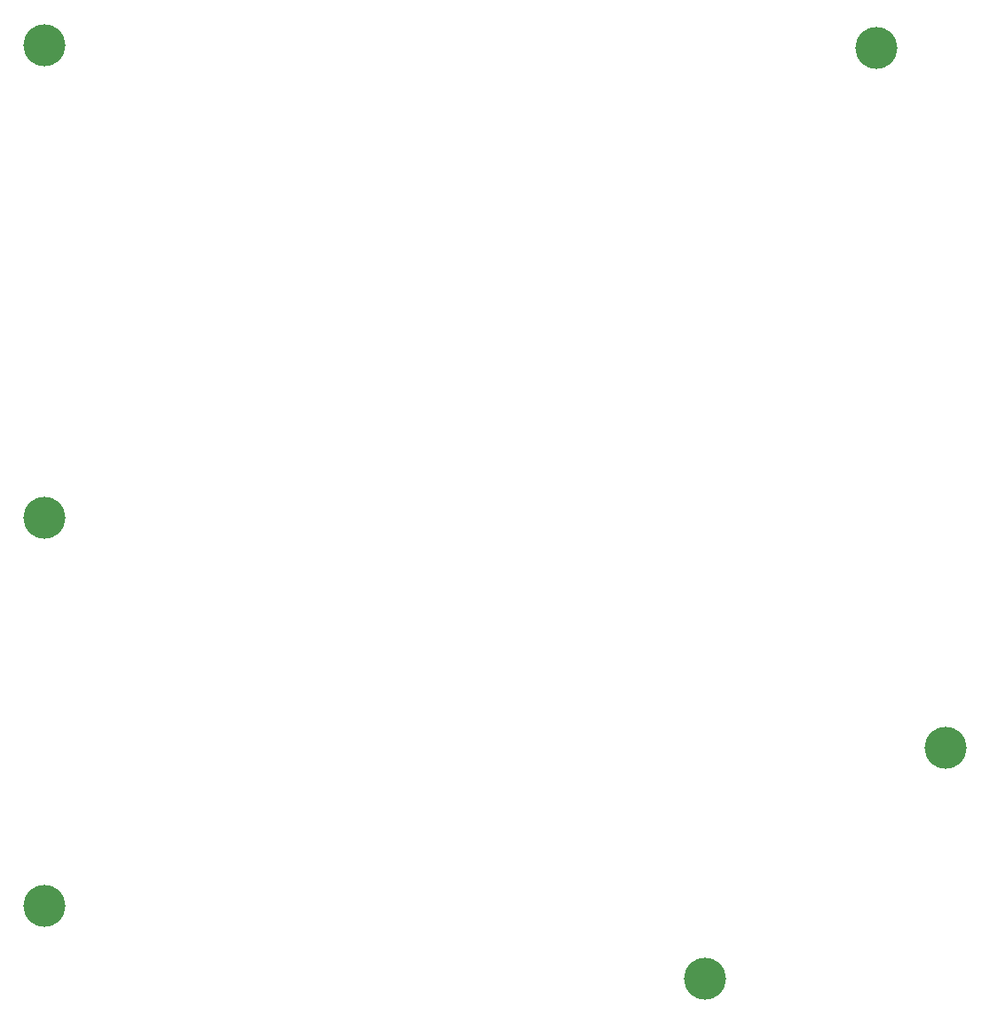
<source format=gbr>
%TF.GenerationSoftware,KiCad,Pcbnew,5.1.7-a382d34a8~88~ubuntu20.04.1*%
%TF.CreationDate,2021-05-04T18:55:33+02:00*%
%TF.ProjectId,WiFiDuck32,57694669-4475-4636-9b33-322e6b696361,2*%
%TF.SameCoordinates,Original*%
%TF.FileFunction,Soldermask,Bot*%
%TF.FilePolarity,Negative*%
%FSLAX46Y46*%
G04 Gerber Fmt 4.6, Leading zero omitted, Abs format (unit mm)*
G04 Created by KiCad (PCBNEW 5.1.7-a382d34a8~88~ubuntu20.04.1) date 2021-05-04 18:55:33*
%MOMM*%
%LPD*%
G01*
G04 APERTURE LIST*
%ADD10C,4.000000*%
G04 APERTURE END LIST*
D10*
%TO.C,HOLE_M3*%
X111963200Y-90982800D03*
%TD*%
%TO.C,HOLE_M3*%
X89001600Y-112979200D03*
%TD*%
%TO.C,HOLE_M3*%
X26009600Y-106019600D03*
%TD*%
%TO.C,HOLE_M3*%
X26009600Y-69037200D03*
%TD*%
%TO.C,HOLE_M3*%
X26009600Y-24003000D03*
%TD*%
%TO.C,HOLE_M3*%
X105359200Y-24231600D03*
%TD*%
M02*

</source>
